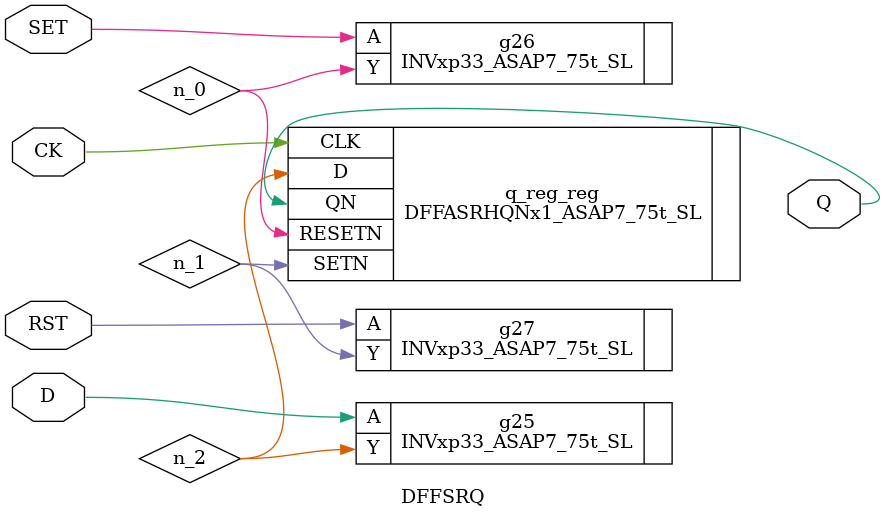
<source format=v>


// Verification Directory fv/DFFSRQ 

module DFFSRQ(SET, RST, CK, D, Q);
  input SET, RST, CK, D;
  output Q;
  wire SET, RST, CK, D;
  wire Q;
  wire n_0, n_1, n_2;
  DFFASRHQNx1_ASAP7_75t_SL q_reg_reg(.SETN (n_1), .RESETN (n_0), .CLK
       (CK), .D (n_2), .QN (Q));
  INVxp33_ASAP7_75t_SL g25(.A (D), .Y (n_2));
  INVxp33_ASAP7_75t_SL g27(.A (RST), .Y (n_1));
  INVxp33_ASAP7_75t_SL g26(.A (SET), .Y (n_0));
endmodule


</source>
